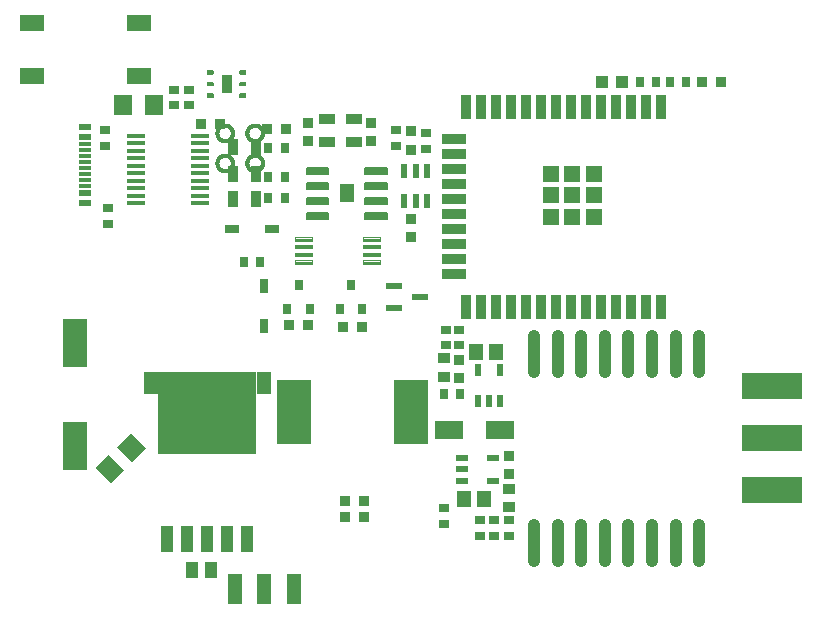
<source format=gbr>
G04 EAGLE Gerber RS-274X export*
G75*
%MOMM*%
%FSLAX34Y34*%
%LPD*%
%INSolderpaste Top*%
%IPPOS*%
%AMOC8*
5,1,8,0,0,1.08239X$1,22.5*%
G01*
%ADD10C,0.304800*%
%ADD11R,1.100000X1.000000*%
%ADD12R,0.900000X2.000000*%
%ADD13R,2.000000X0.900000*%
%ADD14R,1.330000X1.330000*%
%ADD15R,0.900000X0.950000*%
%ADD16R,0.650000X0.900000*%
%ADD17R,0.900000X1.400000*%
%ADD18R,0.800000X0.900000*%
%ADD19R,0.800000X0.940000*%
%ADD20R,1.526000X0.435000*%
%ADD21R,0.940000X0.800000*%
%ADD22R,1.140000X0.600000*%
%ADD23R,1.140000X0.300000*%
%ADD24R,1.610000X1.820000*%
%ADD25R,2.100000X1.400000*%
%ADD26R,2.900000X5.400000*%
%ADD27R,2.350000X1.550000*%
%ADD28R,1.020000X1.470000*%
%ADD29R,2.000000X4.100000*%
%ADD30R,1.020000X2.160000*%
%ADD31R,8.330000X6.990000*%
%ADD32R,1.235000X1.910000*%
%ADD33R,1.200000X2.500000*%
%ADD34R,0.550000X1.200000*%
%ADD35C,0.100000*%
%ADD36R,1.290000X1.640000*%
%ADD37C,0.150000*%
%ADD38R,0.950000X0.900000*%
%ADD39R,1.400000X0.900000*%
%ADD40R,1.210000X0.730000*%
%ADD41R,1.320800X0.558800*%
%ADD42R,1.320800X0.508000*%
%ADD43R,0.550000X1.050000*%
%ADD44R,1.200000X1.450000*%
%ADD45R,1.000000X0.900000*%
%ADD46R,0.730000X1.210000*%
%ADD47C,1.016000*%
%ADD48R,5.080000X2.286000*%
%ADD49R,1.050000X0.550000*%
%ADD50R,0.950000X1.520000*%
%ADD51R,1.820000X1.610000*%

G36*
X200697Y474077D02*
X200697Y474077D01*
X200692Y474084D01*
X200699Y474090D01*
X200699Y478090D01*
X200663Y478137D01*
X200656Y478132D01*
X200650Y478139D01*
X195650Y478139D01*
X195629Y478123D01*
X195615Y478125D01*
X194615Y477125D01*
X194614Y477113D01*
X194607Y477108D01*
X194612Y477101D01*
X194612Y477098D01*
X194601Y477090D01*
X194601Y475090D01*
X194617Y475069D01*
X194615Y475055D01*
X195615Y474055D01*
X195642Y474052D01*
X195650Y474041D01*
X200650Y474041D01*
X200697Y474077D01*
G37*
G36*
X200697Y464077D02*
X200697Y464077D01*
X200692Y464084D01*
X200699Y464090D01*
X200699Y468090D01*
X200663Y468137D01*
X200656Y468132D01*
X200650Y468139D01*
X195650Y468139D01*
X195629Y468123D01*
X195615Y468125D01*
X194615Y467125D01*
X194614Y467113D01*
X194607Y467108D01*
X194612Y467101D01*
X194612Y467098D01*
X194601Y467090D01*
X194601Y465090D01*
X194617Y465069D01*
X194615Y465055D01*
X195615Y464055D01*
X195642Y464052D01*
X195650Y464041D01*
X200650Y464041D01*
X200697Y464077D01*
G37*
G36*
X200697Y454077D02*
X200697Y454077D01*
X200692Y454084D01*
X200699Y454090D01*
X200699Y458090D01*
X200663Y458137D01*
X200656Y458132D01*
X200650Y458139D01*
X195650Y458139D01*
X195629Y458123D01*
X195615Y458125D01*
X194615Y457125D01*
X194614Y457113D01*
X194607Y457108D01*
X194612Y457101D01*
X194612Y457098D01*
X194601Y457090D01*
X194601Y455090D01*
X194617Y455069D01*
X194615Y455055D01*
X195615Y454055D01*
X195642Y454052D01*
X195650Y454041D01*
X200650Y454041D01*
X200697Y454077D01*
G37*
G36*
X172671Y474057D02*
X172671Y474057D01*
X172685Y474055D01*
X173685Y475055D01*
X173689Y475082D01*
X173699Y475090D01*
X173699Y477090D01*
X173683Y477111D01*
X173685Y477125D01*
X172685Y478125D01*
X172661Y478128D01*
X172661Y478129D01*
X172658Y478129D01*
X172650Y478139D01*
X167650Y478139D01*
X167603Y478103D01*
X167608Y478097D01*
X167603Y478093D01*
X167603Y478092D01*
X167601Y478090D01*
X167601Y474090D01*
X167637Y474043D01*
X167644Y474048D01*
X167650Y474041D01*
X172650Y474041D01*
X172671Y474057D01*
G37*
G36*
X172671Y464057D02*
X172671Y464057D01*
X172685Y464055D01*
X173685Y465055D01*
X173689Y465082D01*
X173699Y465090D01*
X173699Y467090D01*
X173683Y467111D01*
X173685Y467125D01*
X172685Y468125D01*
X172661Y468128D01*
X172661Y468129D01*
X172658Y468129D01*
X172650Y468139D01*
X167650Y468139D01*
X167603Y468103D01*
X167608Y468097D01*
X167603Y468093D01*
X167603Y468092D01*
X167601Y468090D01*
X167601Y464090D01*
X167637Y464043D01*
X167644Y464048D01*
X167650Y464041D01*
X172650Y464041D01*
X172671Y464057D01*
G37*
G36*
X172671Y454057D02*
X172671Y454057D01*
X172685Y454055D01*
X173685Y455055D01*
X173689Y455082D01*
X173699Y455090D01*
X173699Y457090D01*
X173683Y457111D01*
X173685Y457125D01*
X172685Y458125D01*
X172661Y458128D01*
X172661Y458129D01*
X172658Y458129D01*
X172650Y458139D01*
X167650Y458139D01*
X167603Y458103D01*
X167608Y458097D01*
X167603Y458093D01*
X167603Y458092D01*
X167601Y458090D01*
X167601Y454090D01*
X167637Y454043D01*
X167644Y454048D01*
X167650Y454041D01*
X172650Y454041D01*
X172671Y454057D01*
G37*
D10*
X176276Y398780D02*
X176278Y398942D01*
X176284Y399104D01*
X176294Y399266D01*
X176308Y399427D01*
X176326Y399588D01*
X176347Y399749D01*
X176373Y399909D01*
X176403Y400068D01*
X176436Y400227D01*
X176474Y400385D01*
X176515Y400541D01*
X176560Y400697D01*
X176609Y400852D01*
X176662Y401005D01*
X176719Y401157D01*
X176779Y401307D01*
X176843Y401456D01*
X176910Y401604D01*
X176981Y401749D01*
X177056Y401893D01*
X177134Y402035D01*
X177216Y402175D01*
X177301Y402313D01*
X177389Y402449D01*
X177481Y402583D01*
X177576Y402714D01*
X177674Y402843D01*
X177775Y402970D01*
X177879Y403094D01*
X177987Y403215D01*
X178097Y403334D01*
X178210Y403450D01*
X178326Y403563D01*
X178445Y403673D01*
X178566Y403781D01*
X178690Y403885D01*
X178817Y403986D01*
X178946Y404084D01*
X179077Y404179D01*
X179211Y404271D01*
X179347Y404359D01*
X179485Y404444D01*
X179625Y404526D01*
X179767Y404604D01*
X179911Y404679D01*
X180056Y404750D01*
X180204Y404817D01*
X180353Y404881D01*
X180503Y404941D01*
X180655Y404998D01*
X180808Y405051D01*
X180963Y405100D01*
X181119Y405145D01*
X181275Y405186D01*
X181433Y405224D01*
X181592Y405257D01*
X181751Y405287D01*
X181911Y405313D01*
X182072Y405334D01*
X182233Y405352D01*
X182394Y405366D01*
X182556Y405376D01*
X182718Y405382D01*
X182880Y405384D01*
X183042Y405382D01*
X183204Y405376D01*
X183366Y405366D01*
X183527Y405352D01*
X183688Y405334D01*
X183849Y405313D01*
X184009Y405287D01*
X184168Y405257D01*
X184327Y405224D01*
X184485Y405186D01*
X184641Y405145D01*
X184797Y405100D01*
X184952Y405051D01*
X185105Y404998D01*
X185257Y404941D01*
X185407Y404881D01*
X185556Y404817D01*
X185704Y404750D01*
X185849Y404679D01*
X185993Y404604D01*
X186135Y404526D01*
X186275Y404444D01*
X186413Y404359D01*
X186549Y404271D01*
X186683Y404179D01*
X186814Y404084D01*
X186943Y403986D01*
X187070Y403885D01*
X187194Y403781D01*
X187315Y403673D01*
X187434Y403563D01*
X187550Y403450D01*
X187663Y403334D01*
X187773Y403215D01*
X187881Y403094D01*
X187985Y402970D01*
X188086Y402843D01*
X188184Y402714D01*
X188279Y402583D01*
X188371Y402449D01*
X188459Y402313D01*
X188544Y402175D01*
X188626Y402035D01*
X188704Y401893D01*
X188779Y401749D01*
X188850Y401604D01*
X188917Y401456D01*
X188981Y401307D01*
X189041Y401157D01*
X189098Y401005D01*
X189151Y400852D01*
X189200Y400697D01*
X189245Y400541D01*
X189286Y400385D01*
X189324Y400227D01*
X189357Y400068D01*
X189387Y399909D01*
X189413Y399749D01*
X189434Y399588D01*
X189452Y399427D01*
X189466Y399266D01*
X189476Y399104D01*
X189482Y398942D01*
X189484Y398780D01*
X189482Y398618D01*
X189476Y398456D01*
X189466Y398294D01*
X189452Y398133D01*
X189434Y397972D01*
X189413Y397811D01*
X189387Y397651D01*
X189357Y397492D01*
X189324Y397333D01*
X189286Y397175D01*
X189245Y397019D01*
X189200Y396863D01*
X189151Y396708D01*
X189098Y396555D01*
X189041Y396403D01*
X188981Y396253D01*
X188917Y396104D01*
X188850Y395956D01*
X188779Y395811D01*
X188704Y395667D01*
X188626Y395525D01*
X188544Y395385D01*
X188459Y395247D01*
X188371Y395111D01*
X188279Y394977D01*
X188184Y394846D01*
X188086Y394717D01*
X187985Y394590D01*
X187881Y394466D01*
X187773Y394345D01*
X187663Y394226D01*
X187550Y394110D01*
X187434Y393997D01*
X187315Y393887D01*
X187194Y393779D01*
X187070Y393675D01*
X186943Y393574D01*
X186814Y393476D01*
X186683Y393381D01*
X186549Y393289D01*
X186413Y393201D01*
X186275Y393116D01*
X186135Y393034D01*
X185993Y392956D01*
X185849Y392881D01*
X185704Y392810D01*
X185556Y392743D01*
X185407Y392679D01*
X185257Y392619D01*
X185105Y392562D01*
X184952Y392509D01*
X184797Y392460D01*
X184641Y392415D01*
X184485Y392374D01*
X184327Y392336D01*
X184168Y392303D01*
X184009Y392273D01*
X183849Y392247D01*
X183688Y392226D01*
X183527Y392208D01*
X183366Y392194D01*
X183204Y392184D01*
X183042Y392178D01*
X182880Y392176D01*
X182718Y392178D01*
X182556Y392184D01*
X182394Y392194D01*
X182233Y392208D01*
X182072Y392226D01*
X181911Y392247D01*
X181751Y392273D01*
X181592Y392303D01*
X181433Y392336D01*
X181275Y392374D01*
X181119Y392415D01*
X180963Y392460D01*
X180808Y392509D01*
X180655Y392562D01*
X180503Y392619D01*
X180353Y392679D01*
X180204Y392743D01*
X180056Y392810D01*
X179911Y392881D01*
X179767Y392956D01*
X179625Y393034D01*
X179485Y393116D01*
X179347Y393201D01*
X179211Y393289D01*
X179077Y393381D01*
X178946Y393476D01*
X178817Y393574D01*
X178690Y393675D01*
X178566Y393779D01*
X178445Y393887D01*
X178326Y393997D01*
X178210Y394110D01*
X178097Y394226D01*
X177987Y394345D01*
X177879Y394466D01*
X177775Y394590D01*
X177674Y394717D01*
X177576Y394846D01*
X177481Y394977D01*
X177389Y395111D01*
X177301Y395247D01*
X177216Y395385D01*
X177134Y395525D01*
X177056Y395667D01*
X176981Y395811D01*
X176910Y395956D01*
X176843Y396104D01*
X176779Y396253D01*
X176719Y396403D01*
X176662Y396555D01*
X176609Y396708D01*
X176560Y396863D01*
X176515Y397019D01*
X176474Y397175D01*
X176436Y397333D01*
X176403Y397492D01*
X176373Y397651D01*
X176347Y397811D01*
X176326Y397972D01*
X176308Y398133D01*
X176294Y398294D01*
X176284Y398456D01*
X176278Y398618D01*
X176276Y398780D01*
X201657Y398780D02*
X201659Y398943D01*
X201665Y399105D01*
X201675Y399267D01*
X201689Y399429D01*
X201707Y399591D01*
X201729Y399752D01*
X201755Y399912D01*
X201784Y400072D01*
X201818Y400231D01*
X201855Y400389D01*
X201897Y400546D01*
X201942Y400703D01*
X201991Y400858D01*
X202044Y401011D01*
X202101Y401164D01*
X202161Y401315D01*
X202225Y401464D01*
X202293Y401612D01*
X202364Y401758D01*
X202439Y401902D01*
X202517Y402044D01*
X202599Y402185D01*
X202685Y402323D01*
X202773Y402460D01*
X202865Y402594D01*
X202960Y402725D01*
X203059Y402855D01*
X203160Y402982D01*
X203265Y403106D01*
X203373Y403228D01*
X203483Y403347D01*
X203597Y403463D01*
X203713Y403577D01*
X203832Y403687D01*
X203954Y403795D01*
X204078Y403900D01*
X204205Y404001D01*
X204335Y404100D01*
X204466Y404195D01*
X204600Y404287D01*
X204737Y404375D01*
X204875Y404461D01*
X205016Y404543D01*
X205158Y404621D01*
X205302Y404696D01*
X205448Y404767D01*
X205596Y404835D01*
X205745Y404899D01*
X205896Y404959D01*
X206049Y405016D01*
X206202Y405069D01*
X206357Y405118D01*
X206514Y405163D01*
X206671Y405205D01*
X206829Y405242D01*
X206988Y405276D01*
X207148Y405305D01*
X207308Y405331D01*
X207469Y405353D01*
X207631Y405371D01*
X207793Y405385D01*
X207955Y405395D01*
X208117Y405401D01*
X208280Y405403D01*
X208443Y405401D01*
X208605Y405395D01*
X208767Y405385D01*
X208929Y405371D01*
X209091Y405353D01*
X209252Y405331D01*
X209412Y405305D01*
X209572Y405276D01*
X209731Y405242D01*
X209889Y405205D01*
X210046Y405163D01*
X210203Y405118D01*
X210358Y405069D01*
X210511Y405016D01*
X210664Y404959D01*
X210815Y404899D01*
X210964Y404835D01*
X211112Y404767D01*
X211258Y404696D01*
X211402Y404621D01*
X211544Y404543D01*
X211685Y404461D01*
X211823Y404375D01*
X211960Y404287D01*
X212094Y404195D01*
X212225Y404100D01*
X212355Y404001D01*
X212482Y403900D01*
X212606Y403795D01*
X212728Y403687D01*
X212847Y403577D01*
X212963Y403463D01*
X213077Y403347D01*
X213187Y403228D01*
X213295Y403106D01*
X213400Y402982D01*
X213501Y402855D01*
X213600Y402725D01*
X213695Y402594D01*
X213787Y402460D01*
X213875Y402323D01*
X213961Y402185D01*
X214043Y402044D01*
X214121Y401902D01*
X214196Y401758D01*
X214267Y401612D01*
X214335Y401464D01*
X214399Y401315D01*
X214459Y401164D01*
X214516Y401011D01*
X214569Y400858D01*
X214618Y400703D01*
X214663Y400546D01*
X214705Y400389D01*
X214742Y400231D01*
X214776Y400072D01*
X214805Y399912D01*
X214831Y399752D01*
X214853Y399591D01*
X214871Y399429D01*
X214885Y399267D01*
X214895Y399105D01*
X214901Y398943D01*
X214903Y398780D01*
X214901Y398617D01*
X214895Y398455D01*
X214885Y398293D01*
X214871Y398131D01*
X214853Y397969D01*
X214831Y397808D01*
X214805Y397648D01*
X214776Y397488D01*
X214742Y397329D01*
X214705Y397171D01*
X214663Y397014D01*
X214618Y396857D01*
X214569Y396702D01*
X214516Y396549D01*
X214459Y396396D01*
X214399Y396245D01*
X214335Y396096D01*
X214267Y395948D01*
X214196Y395802D01*
X214121Y395658D01*
X214043Y395516D01*
X213961Y395375D01*
X213875Y395237D01*
X213787Y395100D01*
X213695Y394966D01*
X213600Y394835D01*
X213501Y394705D01*
X213400Y394578D01*
X213295Y394454D01*
X213187Y394332D01*
X213077Y394213D01*
X212963Y394097D01*
X212847Y393983D01*
X212728Y393873D01*
X212606Y393765D01*
X212482Y393660D01*
X212355Y393559D01*
X212225Y393460D01*
X212094Y393365D01*
X211960Y393273D01*
X211823Y393185D01*
X211685Y393099D01*
X211544Y393017D01*
X211402Y392939D01*
X211258Y392864D01*
X211112Y392793D01*
X210964Y392725D01*
X210815Y392661D01*
X210664Y392601D01*
X210511Y392544D01*
X210358Y392491D01*
X210203Y392442D01*
X210046Y392397D01*
X209889Y392355D01*
X209731Y392318D01*
X209572Y392284D01*
X209412Y392255D01*
X209252Y392229D01*
X209091Y392207D01*
X208929Y392189D01*
X208767Y392175D01*
X208605Y392165D01*
X208443Y392159D01*
X208280Y392157D01*
X208117Y392159D01*
X207955Y392165D01*
X207793Y392175D01*
X207631Y392189D01*
X207469Y392207D01*
X207308Y392229D01*
X207148Y392255D01*
X206988Y392284D01*
X206829Y392318D01*
X206671Y392355D01*
X206514Y392397D01*
X206357Y392442D01*
X206202Y392491D01*
X206049Y392544D01*
X205896Y392601D01*
X205745Y392661D01*
X205596Y392725D01*
X205448Y392793D01*
X205302Y392864D01*
X205158Y392939D01*
X205016Y393017D01*
X204875Y393099D01*
X204737Y393185D01*
X204600Y393273D01*
X204466Y393365D01*
X204335Y393460D01*
X204205Y393559D01*
X204078Y393660D01*
X203954Y393765D01*
X203832Y393873D01*
X203713Y393983D01*
X203597Y394097D01*
X203483Y394213D01*
X203373Y394332D01*
X203265Y394454D01*
X203160Y394578D01*
X203059Y394705D01*
X202960Y394835D01*
X202865Y394966D01*
X202773Y395100D01*
X202685Y395237D01*
X202599Y395375D01*
X202517Y395516D01*
X202439Y395658D01*
X202364Y395802D01*
X202293Y395948D01*
X202225Y396096D01*
X202161Y396245D01*
X202101Y396396D01*
X202044Y396549D01*
X201991Y396702D01*
X201942Y396857D01*
X201897Y397014D01*
X201855Y397171D01*
X201818Y397329D01*
X201784Y397488D01*
X201755Y397648D01*
X201729Y397808D01*
X201707Y397969D01*
X201689Y398131D01*
X201675Y398293D01*
X201665Y398455D01*
X201659Y398617D01*
X201657Y398780D01*
X176276Y424180D02*
X176278Y424342D01*
X176284Y424504D01*
X176294Y424666D01*
X176308Y424827D01*
X176326Y424988D01*
X176347Y425149D01*
X176373Y425309D01*
X176403Y425468D01*
X176436Y425627D01*
X176474Y425785D01*
X176515Y425941D01*
X176560Y426097D01*
X176609Y426252D01*
X176662Y426405D01*
X176719Y426557D01*
X176779Y426707D01*
X176843Y426856D01*
X176910Y427004D01*
X176981Y427149D01*
X177056Y427293D01*
X177134Y427435D01*
X177216Y427575D01*
X177301Y427713D01*
X177389Y427849D01*
X177481Y427983D01*
X177576Y428114D01*
X177674Y428243D01*
X177775Y428370D01*
X177879Y428494D01*
X177987Y428615D01*
X178097Y428734D01*
X178210Y428850D01*
X178326Y428963D01*
X178445Y429073D01*
X178566Y429181D01*
X178690Y429285D01*
X178817Y429386D01*
X178946Y429484D01*
X179077Y429579D01*
X179211Y429671D01*
X179347Y429759D01*
X179485Y429844D01*
X179625Y429926D01*
X179767Y430004D01*
X179911Y430079D01*
X180056Y430150D01*
X180204Y430217D01*
X180353Y430281D01*
X180503Y430341D01*
X180655Y430398D01*
X180808Y430451D01*
X180963Y430500D01*
X181119Y430545D01*
X181275Y430586D01*
X181433Y430624D01*
X181592Y430657D01*
X181751Y430687D01*
X181911Y430713D01*
X182072Y430734D01*
X182233Y430752D01*
X182394Y430766D01*
X182556Y430776D01*
X182718Y430782D01*
X182880Y430784D01*
X183042Y430782D01*
X183204Y430776D01*
X183366Y430766D01*
X183527Y430752D01*
X183688Y430734D01*
X183849Y430713D01*
X184009Y430687D01*
X184168Y430657D01*
X184327Y430624D01*
X184485Y430586D01*
X184641Y430545D01*
X184797Y430500D01*
X184952Y430451D01*
X185105Y430398D01*
X185257Y430341D01*
X185407Y430281D01*
X185556Y430217D01*
X185704Y430150D01*
X185849Y430079D01*
X185993Y430004D01*
X186135Y429926D01*
X186275Y429844D01*
X186413Y429759D01*
X186549Y429671D01*
X186683Y429579D01*
X186814Y429484D01*
X186943Y429386D01*
X187070Y429285D01*
X187194Y429181D01*
X187315Y429073D01*
X187434Y428963D01*
X187550Y428850D01*
X187663Y428734D01*
X187773Y428615D01*
X187881Y428494D01*
X187985Y428370D01*
X188086Y428243D01*
X188184Y428114D01*
X188279Y427983D01*
X188371Y427849D01*
X188459Y427713D01*
X188544Y427575D01*
X188626Y427435D01*
X188704Y427293D01*
X188779Y427149D01*
X188850Y427004D01*
X188917Y426856D01*
X188981Y426707D01*
X189041Y426557D01*
X189098Y426405D01*
X189151Y426252D01*
X189200Y426097D01*
X189245Y425941D01*
X189286Y425785D01*
X189324Y425627D01*
X189357Y425468D01*
X189387Y425309D01*
X189413Y425149D01*
X189434Y424988D01*
X189452Y424827D01*
X189466Y424666D01*
X189476Y424504D01*
X189482Y424342D01*
X189484Y424180D01*
X189482Y424018D01*
X189476Y423856D01*
X189466Y423694D01*
X189452Y423533D01*
X189434Y423372D01*
X189413Y423211D01*
X189387Y423051D01*
X189357Y422892D01*
X189324Y422733D01*
X189286Y422575D01*
X189245Y422419D01*
X189200Y422263D01*
X189151Y422108D01*
X189098Y421955D01*
X189041Y421803D01*
X188981Y421653D01*
X188917Y421504D01*
X188850Y421356D01*
X188779Y421211D01*
X188704Y421067D01*
X188626Y420925D01*
X188544Y420785D01*
X188459Y420647D01*
X188371Y420511D01*
X188279Y420377D01*
X188184Y420246D01*
X188086Y420117D01*
X187985Y419990D01*
X187881Y419866D01*
X187773Y419745D01*
X187663Y419626D01*
X187550Y419510D01*
X187434Y419397D01*
X187315Y419287D01*
X187194Y419179D01*
X187070Y419075D01*
X186943Y418974D01*
X186814Y418876D01*
X186683Y418781D01*
X186549Y418689D01*
X186413Y418601D01*
X186275Y418516D01*
X186135Y418434D01*
X185993Y418356D01*
X185849Y418281D01*
X185704Y418210D01*
X185556Y418143D01*
X185407Y418079D01*
X185257Y418019D01*
X185105Y417962D01*
X184952Y417909D01*
X184797Y417860D01*
X184641Y417815D01*
X184485Y417774D01*
X184327Y417736D01*
X184168Y417703D01*
X184009Y417673D01*
X183849Y417647D01*
X183688Y417626D01*
X183527Y417608D01*
X183366Y417594D01*
X183204Y417584D01*
X183042Y417578D01*
X182880Y417576D01*
X182718Y417578D01*
X182556Y417584D01*
X182394Y417594D01*
X182233Y417608D01*
X182072Y417626D01*
X181911Y417647D01*
X181751Y417673D01*
X181592Y417703D01*
X181433Y417736D01*
X181275Y417774D01*
X181119Y417815D01*
X180963Y417860D01*
X180808Y417909D01*
X180655Y417962D01*
X180503Y418019D01*
X180353Y418079D01*
X180204Y418143D01*
X180056Y418210D01*
X179911Y418281D01*
X179767Y418356D01*
X179625Y418434D01*
X179485Y418516D01*
X179347Y418601D01*
X179211Y418689D01*
X179077Y418781D01*
X178946Y418876D01*
X178817Y418974D01*
X178690Y419075D01*
X178566Y419179D01*
X178445Y419287D01*
X178326Y419397D01*
X178210Y419510D01*
X178097Y419626D01*
X177987Y419745D01*
X177879Y419866D01*
X177775Y419990D01*
X177674Y420117D01*
X177576Y420246D01*
X177481Y420377D01*
X177389Y420511D01*
X177301Y420647D01*
X177216Y420785D01*
X177134Y420925D01*
X177056Y421067D01*
X176981Y421211D01*
X176910Y421356D01*
X176843Y421504D01*
X176779Y421653D01*
X176719Y421803D01*
X176662Y421955D01*
X176609Y422108D01*
X176560Y422263D01*
X176515Y422419D01*
X176474Y422575D01*
X176436Y422733D01*
X176403Y422892D01*
X176373Y423051D01*
X176347Y423211D01*
X176326Y423372D01*
X176308Y423533D01*
X176294Y423694D01*
X176284Y423856D01*
X176278Y424018D01*
X176276Y424180D01*
X201657Y424180D02*
X201659Y424343D01*
X201665Y424505D01*
X201675Y424667D01*
X201689Y424829D01*
X201707Y424991D01*
X201729Y425152D01*
X201755Y425312D01*
X201784Y425472D01*
X201818Y425631D01*
X201855Y425789D01*
X201897Y425946D01*
X201942Y426103D01*
X201991Y426258D01*
X202044Y426411D01*
X202101Y426564D01*
X202161Y426715D01*
X202225Y426864D01*
X202293Y427012D01*
X202364Y427158D01*
X202439Y427302D01*
X202517Y427444D01*
X202599Y427585D01*
X202685Y427723D01*
X202773Y427860D01*
X202865Y427994D01*
X202960Y428125D01*
X203059Y428255D01*
X203160Y428382D01*
X203265Y428506D01*
X203373Y428628D01*
X203483Y428747D01*
X203597Y428863D01*
X203713Y428977D01*
X203832Y429087D01*
X203954Y429195D01*
X204078Y429300D01*
X204205Y429401D01*
X204335Y429500D01*
X204466Y429595D01*
X204600Y429687D01*
X204737Y429775D01*
X204875Y429861D01*
X205016Y429943D01*
X205158Y430021D01*
X205302Y430096D01*
X205448Y430167D01*
X205596Y430235D01*
X205745Y430299D01*
X205896Y430359D01*
X206049Y430416D01*
X206202Y430469D01*
X206357Y430518D01*
X206514Y430563D01*
X206671Y430605D01*
X206829Y430642D01*
X206988Y430676D01*
X207148Y430705D01*
X207308Y430731D01*
X207469Y430753D01*
X207631Y430771D01*
X207793Y430785D01*
X207955Y430795D01*
X208117Y430801D01*
X208280Y430803D01*
X208443Y430801D01*
X208605Y430795D01*
X208767Y430785D01*
X208929Y430771D01*
X209091Y430753D01*
X209252Y430731D01*
X209412Y430705D01*
X209572Y430676D01*
X209731Y430642D01*
X209889Y430605D01*
X210046Y430563D01*
X210203Y430518D01*
X210358Y430469D01*
X210511Y430416D01*
X210664Y430359D01*
X210815Y430299D01*
X210964Y430235D01*
X211112Y430167D01*
X211258Y430096D01*
X211402Y430021D01*
X211544Y429943D01*
X211685Y429861D01*
X211823Y429775D01*
X211960Y429687D01*
X212094Y429595D01*
X212225Y429500D01*
X212355Y429401D01*
X212482Y429300D01*
X212606Y429195D01*
X212728Y429087D01*
X212847Y428977D01*
X212963Y428863D01*
X213077Y428747D01*
X213187Y428628D01*
X213295Y428506D01*
X213400Y428382D01*
X213501Y428255D01*
X213600Y428125D01*
X213695Y427994D01*
X213787Y427860D01*
X213875Y427723D01*
X213961Y427585D01*
X214043Y427444D01*
X214121Y427302D01*
X214196Y427158D01*
X214267Y427012D01*
X214335Y426864D01*
X214399Y426715D01*
X214459Y426564D01*
X214516Y426411D01*
X214569Y426258D01*
X214618Y426103D01*
X214663Y425946D01*
X214705Y425789D01*
X214742Y425631D01*
X214776Y425472D01*
X214805Y425312D01*
X214831Y425152D01*
X214853Y424991D01*
X214871Y424829D01*
X214885Y424667D01*
X214895Y424505D01*
X214901Y424343D01*
X214903Y424180D01*
X214901Y424017D01*
X214895Y423855D01*
X214885Y423693D01*
X214871Y423531D01*
X214853Y423369D01*
X214831Y423208D01*
X214805Y423048D01*
X214776Y422888D01*
X214742Y422729D01*
X214705Y422571D01*
X214663Y422414D01*
X214618Y422257D01*
X214569Y422102D01*
X214516Y421949D01*
X214459Y421796D01*
X214399Y421645D01*
X214335Y421496D01*
X214267Y421348D01*
X214196Y421202D01*
X214121Y421058D01*
X214043Y420916D01*
X213961Y420775D01*
X213875Y420637D01*
X213787Y420500D01*
X213695Y420366D01*
X213600Y420235D01*
X213501Y420105D01*
X213400Y419978D01*
X213295Y419854D01*
X213187Y419732D01*
X213077Y419613D01*
X212963Y419497D01*
X212847Y419383D01*
X212728Y419273D01*
X212606Y419165D01*
X212482Y419060D01*
X212355Y418959D01*
X212225Y418860D01*
X212094Y418765D01*
X211960Y418673D01*
X211823Y418585D01*
X211685Y418499D01*
X211544Y418417D01*
X211402Y418339D01*
X211258Y418264D01*
X211112Y418193D01*
X210964Y418125D01*
X210815Y418061D01*
X210664Y418001D01*
X210511Y417944D01*
X210358Y417891D01*
X210203Y417842D01*
X210046Y417797D01*
X209889Y417755D01*
X209731Y417718D01*
X209572Y417684D01*
X209412Y417655D01*
X209252Y417629D01*
X209091Y417607D01*
X208929Y417589D01*
X208767Y417575D01*
X208605Y417565D01*
X208443Y417559D01*
X208280Y417557D01*
X208117Y417559D01*
X207955Y417565D01*
X207793Y417575D01*
X207631Y417589D01*
X207469Y417607D01*
X207308Y417629D01*
X207148Y417655D01*
X206988Y417684D01*
X206829Y417718D01*
X206671Y417755D01*
X206514Y417797D01*
X206357Y417842D01*
X206202Y417891D01*
X206049Y417944D01*
X205896Y418001D01*
X205745Y418061D01*
X205596Y418125D01*
X205448Y418193D01*
X205302Y418264D01*
X205158Y418339D01*
X205016Y418417D01*
X204875Y418499D01*
X204737Y418585D01*
X204600Y418673D01*
X204466Y418765D01*
X204335Y418860D01*
X204205Y418959D01*
X204078Y419060D01*
X203954Y419165D01*
X203832Y419273D01*
X203713Y419383D01*
X203597Y419497D01*
X203483Y419613D01*
X203373Y419732D01*
X203265Y419854D01*
X203160Y419978D01*
X203059Y420105D01*
X202960Y420235D01*
X202865Y420366D01*
X202773Y420500D01*
X202685Y420637D01*
X202599Y420775D01*
X202517Y420916D01*
X202439Y421058D01*
X202364Y421202D01*
X202293Y421348D01*
X202225Y421496D01*
X202161Y421645D01*
X202101Y421796D01*
X202044Y421949D01*
X201991Y422102D01*
X201942Y422257D01*
X201897Y422414D01*
X201855Y422571D01*
X201818Y422729D01*
X201784Y422888D01*
X201755Y423048D01*
X201729Y423208D01*
X201707Y423369D01*
X201689Y423531D01*
X201675Y423693D01*
X201665Y423855D01*
X201659Y424017D01*
X201657Y424180D01*
D11*
X519040Y467360D03*
X502040Y467360D03*
D12*
X551710Y446950D03*
X539010Y446950D03*
X526310Y446950D03*
X513610Y446950D03*
X500910Y446950D03*
X488210Y446950D03*
X475510Y446950D03*
X462810Y446950D03*
X450110Y446950D03*
X437410Y446950D03*
X424710Y446950D03*
X412010Y446950D03*
X399310Y446950D03*
X386610Y446950D03*
D13*
X376610Y419100D03*
X376610Y406400D03*
X376610Y393700D03*
X376610Y381000D03*
X376610Y368300D03*
X376610Y355600D03*
X376610Y342900D03*
X376610Y330200D03*
X376610Y317500D03*
X376610Y304800D03*
D12*
X386610Y276950D03*
X399310Y276950D03*
X412010Y276950D03*
X424710Y276950D03*
X437410Y276950D03*
X450110Y276950D03*
X462810Y276950D03*
X475510Y276950D03*
X488210Y276950D03*
X500910Y276950D03*
X513610Y276950D03*
X526310Y276950D03*
X539010Y276950D03*
X551710Y276950D03*
D14*
X495060Y390300D03*
X495060Y371950D03*
X495060Y353600D03*
X476710Y390300D03*
X476710Y371950D03*
X476710Y353600D03*
X458360Y390300D03*
X458360Y371950D03*
X458360Y353600D03*
D15*
X237110Y261620D03*
X253110Y261620D03*
X602360Y467360D03*
X586360Y467360D03*
X298830Y260350D03*
X282830Y260350D03*
D16*
X233310Y369570D03*
X218810Y369570D03*
D17*
X189890Y368300D03*
X208890Y368300D03*
D18*
X235610Y275750D03*
X254610Y275750D03*
X245110Y295750D03*
X280060Y275750D03*
X299060Y275750D03*
X289560Y295750D03*
D19*
X573120Y467360D03*
X559720Y467360D03*
X547720Y467360D03*
X534320Y467360D03*
D20*
X161740Y365120D03*
X161740Y371480D03*
X161740Y377820D03*
X161740Y384180D03*
X161740Y390520D03*
X161740Y396880D03*
X161740Y403220D03*
X161740Y409580D03*
X161740Y415920D03*
X161740Y422280D03*
X107500Y422280D03*
X107500Y415920D03*
X107500Y409580D03*
X107500Y403220D03*
X107500Y396880D03*
X107500Y390520D03*
X107500Y384180D03*
X107500Y377820D03*
X107500Y371480D03*
X107500Y365120D03*
D16*
X233310Y411480D03*
X218810Y411480D03*
X233310Y387350D03*
X218810Y387350D03*
D17*
X189890Y412750D03*
X208890Y412750D03*
X189890Y389890D03*
X208890Y389890D03*
D21*
X83820Y361030D03*
X83820Y347630D03*
X139700Y461360D03*
X139700Y447960D03*
X81280Y413670D03*
X81280Y427070D03*
D22*
X64010Y429510D03*
X64010Y421510D03*
D23*
X64010Y400010D03*
X64010Y405010D03*
X64010Y410010D03*
X64010Y415010D03*
X64010Y395010D03*
X64010Y390010D03*
X64010Y385010D03*
X64010Y380010D03*
D22*
X64010Y373510D03*
X64010Y365510D03*
D24*
X96220Y448310D03*
X122220Y448310D03*
D21*
X152400Y447960D03*
X152400Y461360D03*
D25*
X19270Y517800D03*
X110270Y517800D03*
X19270Y472800D03*
X110270Y472800D03*
D26*
X241330Y187960D03*
X340330Y187960D03*
D27*
X372200Y172720D03*
X415200Y172720D03*
D28*
X154460Y54610D03*
X170660Y54610D03*
D29*
X55880Y159700D03*
X55880Y246700D03*
D30*
X133640Y81130D03*
X150640Y81130D03*
X167640Y81130D03*
X184640Y81130D03*
X201640Y81130D03*
D31*
X167640Y187880D03*
D32*
X215465Y213280D03*
X119815Y213280D03*
D33*
X190900Y38930D03*
X215900Y38930D03*
X240900Y38930D03*
D34*
X334670Y366730D03*
X344170Y366730D03*
X353670Y366730D03*
X353670Y392730D03*
X334670Y392730D03*
X344170Y392730D03*
D35*
X256630Y333370D02*
X242030Y333370D01*
X242030Y336370D01*
X256630Y336370D01*
X256630Y333370D01*
X256630Y334320D02*
X242030Y334320D01*
X242030Y335270D02*
X256630Y335270D01*
X256630Y336220D02*
X242030Y336220D01*
X242030Y326870D02*
X256630Y326870D01*
X242030Y326870D02*
X242030Y329870D01*
X256630Y329870D01*
X256630Y326870D01*
X256630Y327820D02*
X242030Y327820D01*
X242030Y328770D02*
X256630Y328770D01*
X256630Y329720D02*
X242030Y329720D01*
X242030Y320370D02*
X256630Y320370D01*
X242030Y320370D02*
X242030Y323370D01*
X256630Y323370D01*
X256630Y320370D01*
X256630Y321320D02*
X242030Y321320D01*
X242030Y322270D02*
X256630Y322270D01*
X256630Y323220D02*
X242030Y323220D01*
X242030Y313870D02*
X256630Y313870D01*
X242030Y313870D02*
X242030Y316870D01*
X256630Y316870D01*
X256630Y313870D01*
X256630Y314820D02*
X242030Y314820D01*
X242030Y315770D02*
X256630Y315770D01*
X256630Y316720D02*
X242030Y316720D01*
X299630Y313870D02*
X314230Y313870D01*
X299630Y313870D02*
X299630Y316870D01*
X314230Y316870D01*
X314230Y313870D01*
X314230Y314820D02*
X299630Y314820D01*
X299630Y315770D02*
X314230Y315770D01*
X314230Y316720D02*
X299630Y316720D01*
X299630Y320370D02*
X314230Y320370D01*
X299630Y320370D02*
X299630Y323370D01*
X314230Y323370D01*
X314230Y320370D01*
X314230Y321320D02*
X299630Y321320D01*
X299630Y322270D02*
X314230Y322270D01*
X314230Y323220D02*
X299630Y323220D01*
X299630Y326870D02*
X314230Y326870D01*
X299630Y326870D02*
X299630Y329870D01*
X314230Y329870D01*
X314230Y326870D01*
X314230Y327820D02*
X299630Y327820D01*
X299630Y328770D02*
X314230Y328770D01*
X314230Y329720D02*
X299630Y329720D01*
X299630Y333370D02*
X314230Y333370D01*
X299630Y333370D02*
X299630Y336370D01*
X314230Y336370D01*
X314230Y333370D01*
X314230Y334320D02*
X299630Y334320D01*
X299630Y335270D02*
X314230Y335270D01*
X314230Y336220D02*
X299630Y336220D01*
D36*
X285750Y373380D03*
D37*
X270100Y390180D02*
X251900Y390180D01*
X251900Y394680D01*
X270100Y394680D01*
X270100Y390180D01*
X270100Y391605D02*
X251900Y391605D01*
X251900Y393030D02*
X270100Y393030D01*
X270100Y394455D02*
X251900Y394455D01*
X251900Y377480D02*
X270100Y377480D01*
X251900Y377480D02*
X251900Y381980D01*
X270100Y381980D01*
X270100Y377480D01*
X270100Y378905D02*
X251900Y378905D01*
X251900Y380330D02*
X270100Y380330D01*
X270100Y381755D02*
X251900Y381755D01*
X251900Y364780D02*
X270100Y364780D01*
X251900Y364780D02*
X251900Y369280D01*
X270100Y369280D01*
X270100Y364780D01*
X270100Y366205D02*
X251900Y366205D01*
X251900Y367630D02*
X270100Y367630D01*
X270100Y369055D02*
X251900Y369055D01*
X251900Y352080D02*
X270100Y352080D01*
X251900Y352080D02*
X251900Y356580D01*
X270100Y356580D01*
X270100Y352080D01*
X270100Y353505D02*
X251900Y353505D01*
X251900Y354930D02*
X270100Y354930D01*
X270100Y356355D02*
X251900Y356355D01*
X301400Y352080D02*
X319600Y352080D01*
X301400Y352080D02*
X301400Y356580D01*
X319600Y356580D01*
X319600Y352080D01*
X319600Y353505D02*
X301400Y353505D01*
X301400Y354930D02*
X319600Y354930D01*
X319600Y356355D02*
X301400Y356355D01*
X301400Y364780D02*
X319600Y364780D01*
X301400Y364780D02*
X301400Y369280D01*
X319600Y369280D01*
X319600Y364780D01*
X319600Y366205D02*
X301400Y366205D01*
X301400Y367630D02*
X319600Y367630D01*
X319600Y369055D02*
X301400Y369055D01*
X301400Y377480D02*
X319600Y377480D01*
X301400Y377480D02*
X301400Y381980D01*
X319600Y381980D01*
X319600Y377480D01*
X319600Y378905D02*
X301400Y378905D01*
X301400Y380330D02*
X319600Y380330D01*
X319600Y381755D02*
X301400Y381755D01*
X301400Y390180D02*
X319600Y390180D01*
X301400Y390180D02*
X301400Y394680D01*
X319600Y394680D01*
X319600Y390180D01*
X319600Y391605D02*
X301400Y391605D01*
X301400Y393030D02*
X319600Y393030D01*
X319600Y394455D02*
X301400Y394455D01*
D38*
X252730Y417450D03*
X252730Y433450D03*
D39*
X292100Y417220D03*
X292100Y436220D03*
X269240Y417220D03*
X269240Y436220D03*
D38*
X306070Y417450D03*
X306070Y433450D03*
D15*
X234060Y427990D03*
X218060Y427990D03*
D40*
X222540Y342900D03*
X188940Y342900D03*
D41*
X325628Y295148D03*
X325628Y276352D03*
D42*
X347472Y285750D03*
D21*
X369570Y258160D03*
X369570Y244760D03*
X381000Y258160D03*
X381000Y244760D03*
D19*
X212440Y314960D03*
X199040Y314960D03*
D38*
X340360Y410084D03*
X340360Y426084D03*
D21*
X353060Y424530D03*
X353060Y411130D03*
D38*
X340360Y336170D03*
X340360Y352170D03*
D21*
X327660Y413670D03*
X327660Y427070D03*
D43*
X396900Y197820D03*
X406400Y197820D03*
X415900Y197820D03*
X415900Y223820D03*
X396900Y223820D03*
D19*
X367950Y203200D03*
X381350Y203200D03*
D44*
X412360Y238760D03*
X395360Y238760D03*
D38*
X381000Y216790D03*
X381000Y232790D03*
D45*
X368300Y218060D03*
X368300Y234060D03*
D46*
X215900Y294930D03*
X215900Y261330D03*
D47*
X444320Y92790D02*
X444320Y62310D01*
X444320Y222310D02*
X444320Y252790D01*
X464320Y92790D02*
X464320Y62310D01*
X484320Y62310D02*
X484320Y92790D01*
X504320Y92790D02*
X504320Y62310D01*
X524320Y62310D02*
X524320Y92790D01*
X544320Y92790D02*
X544320Y62310D01*
X564320Y62310D02*
X564320Y92790D01*
X584320Y92790D02*
X584320Y62310D01*
X464320Y222310D02*
X464320Y252790D01*
X484320Y252790D02*
X484320Y222310D01*
X504320Y222310D02*
X504320Y252790D01*
X524320Y252790D02*
X524320Y222310D01*
X544320Y222310D02*
X544320Y252790D01*
X564320Y252790D02*
X564320Y222310D01*
X584320Y222310D02*
X584320Y252790D01*
D48*
X646176Y166370D03*
X646176Y122174D03*
X646176Y210566D03*
D21*
X398780Y83470D03*
X398780Y96870D03*
D15*
X284100Y113030D03*
X300100Y113030D03*
X284100Y99060D03*
X300100Y99060D03*
D21*
X410210Y83470D03*
X410210Y96870D03*
X422910Y83470D03*
X422910Y96870D03*
D49*
X383240Y149200D03*
X383240Y139700D03*
X383240Y130200D03*
X409240Y130200D03*
X409240Y149200D03*
D21*
X368300Y107030D03*
X368300Y93630D03*
D44*
X385200Y114300D03*
X402200Y114300D03*
D38*
X422910Y135510D03*
X422910Y151510D03*
D45*
X422910Y123570D03*
X422910Y107570D03*
D50*
X184150Y466090D03*
D15*
X162180Y431800D03*
X178180Y431800D03*
D51*
G36*
X84418Y152113D02*
X97286Y139245D01*
X85902Y127861D01*
X73034Y140729D01*
X84418Y152113D01*
G37*
G36*
X102802Y170498D02*
X115670Y157630D01*
X104286Y146246D01*
X91418Y159114D01*
X102802Y170498D01*
G37*
M02*

</source>
